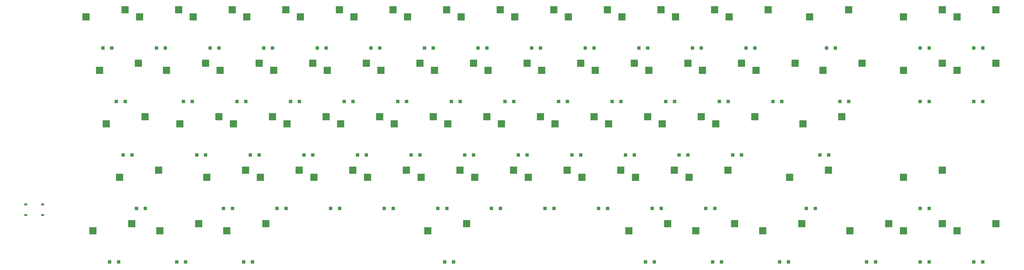
<source format=gbp>
G04 #@! TF.GenerationSoftware,KiCad,Pcbnew,8.0.7*
G04 #@! TF.CreationDate,2025-01-01T21:32:49+11:00*
G04 #@! TF.ProjectId,Mainpcb,4d61696e-7063-4622-9e6b-696361645f70,rev?*
G04 #@! TF.SameCoordinates,Original*
G04 #@! TF.FileFunction,Paste,Bot*
G04 #@! TF.FilePolarity,Positive*
%FSLAX46Y46*%
G04 Gerber Fmt 4.6, Leading zero omitted, Abs format (unit mm)*
G04 Created by KiCad (PCBNEW 8.0.7) date 2025-01-01 21:32:49*
%MOMM*%
%LPD*%
G01*
G04 APERTURE LIST*
%ADD10R,1.000000X0.750000*%
%ADD11R,2.550000X2.500000*%
%ADD12R,1.200000X1.200000*%
G04 APERTURE END LIST*
D10*
X37000000Y-94250000D03*
X31000000Y-94250000D03*
X37000000Y-98000000D03*
X31000000Y-98000000D03*
D11*
X66290000Y-24920000D03*
X52440000Y-27460000D03*
X337750240Y-101120000D03*
X323900240Y-103660000D03*
X92482995Y-101120000D03*
X78632995Y-103660000D03*
X213928135Y-63020000D03*
X200078135Y-65560000D03*
X204402450Y-82070000D03*
X190552450Y-84610000D03*
X190114920Y-43970000D03*
X176264920Y-46510000D03*
X104390000Y-24920000D03*
X90540000Y-27460000D03*
X161540000Y-24920000D03*
X147690000Y-27460000D03*
X294890000Y-24920000D03*
X281040000Y-27460000D03*
X68671250Y-101120000D03*
X54821250Y-103660000D03*
X356801090Y-101120000D03*
X342951090Y-103660000D03*
X223452450Y-82070000D03*
X209602450Y-84610000D03*
X321083635Y-63020000D03*
X307233635Y-65560000D03*
X242502450Y-82070000D03*
X228652450Y-84610000D03*
X375852500Y-43970000D03*
X362002500Y-46510000D03*
X109152450Y-82070000D03*
X95302450Y-84610000D03*
X306793740Y-101120000D03*
X292943740Y-103660000D03*
X71052500Y-43970000D03*
X57202500Y-46510000D03*
X271078135Y-63020000D03*
X257228135Y-65560000D03*
X142490000Y-24920000D03*
X128640000Y-27460000D03*
X94864920Y-43970000D03*
X81014920Y-46510000D03*
X275840000Y-24920000D03*
X261990000Y-27460000D03*
X290128135Y-63020000D03*
X276278135Y-65560000D03*
X328227420Y-43970000D03*
X314377420Y-46510000D03*
X175828135Y-63020000D03*
X161978135Y-65560000D03*
X85340000Y-24920000D03*
X71490000Y-27460000D03*
X356801090Y-82070000D03*
X342951090Y-84610000D03*
X356802500Y-43970000D03*
X342952500Y-46510000D03*
X375852500Y-24920000D03*
X362002500Y-27460000D03*
X323465000Y-24920000D03*
X309615000Y-27460000D03*
X156778135Y-63020000D03*
X142928135Y-65560000D03*
X232978135Y-63020000D03*
X219128135Y-65560000D03*
X247264920Y-43970000D03*
X233414920Y-46510000D03*
X166302450Y-82070000D03*
X152452450Y-84610000D03*
X209164920Y-43970000D03*
X195314920Y-46510000D03*
X252028135Y-63020000D03*
X238178135Y-65560000D03*
X256790000Y-24920000D03*
X242940000Y-27460000D03*
X304414920Y-43970000D03*
X290564920Y-46510000D03*
X356802500Y-24920000D03*
X342952500Y-27460000D03*
X259169740Y-101120000D03*
X245319740Y-103660000D03*
X187731740Y-101120000D03*
X173881740Y-103660000D03*
X280602450Y-82070000D03*
X266752450Y-84610000D03*
X316320450Y-82070000D03*
X302470450Y-84610000D03*
X261552450Y-82070000D03*
X247702450Y-84610000D03*
X113914920Y-43970000D03*
X100064920Y-46510000D03*
X123440000Y-24920000D03*
X109590000Y-27460000D03*
X147252450Y-82070000D03*
X133402450Y-84610000D03*
X152014920Y-43970000D03*
X138164920Y-46510000D03*
X132964920Y-43970000D03*
X119114920Y-46510000D03*
X137728135Y-63020000D03*
X123878135Y-65560000D03*
X78196250Y-82070000D03*
X64346250Y-84610000D03*
X282981740Y-101120000D03*
X269131740Y-103660000D03*
X99628135Y-63020000D03*
X85778135Y-65560000D03*
X116294740Y-101120000D03*
X102444740Y-103660000D03*
X194878135Y-63020000D03*
X181028135Y-65560000D03*
X180590000Y-24920000D03*
X166740000Y-27460000D03*
X73433750Y-63020000D03*
X59583750Y-65560000D03*
X128202450Y-82070000D03*
X114352450Y-84610000D03*
X171064920Y-43970000D03*
X157214920Y-46510000D03*
X118678135Y-63020000D03*
X104828135Y-65560000D03*
X218690000Y-24920000D03*
X204840000Y-27460000D03*
X228214920Y-43970000D03*
X214364920Y-46510000D03*
X375851090Y-101120000D03*
X362001090Y-103660000D03*
X185352450Y-82070000D03*
X171502450Y-84610000D03*
X285364920Y-43970000D03*
X271514920Y-46510000D03*
X266314920Y-43970000D03*
X252464920Y-46510000D03*
X199640000Y-24920000D03*
X185790000Y-27460000D03*
X237740000Y-24920000D03*
X223890000Y-27460000D03*
D12*
X153675000Y-38500000D03*
X156825000Y-38500000D03*
X348937500Y-57550000D03*
X352087500Y-57550000D03*
X172725000Y-38500000D03*
X175875000Y-38500000D03*
X210825000Y-38500000D03*
X213975000Y-38500000D03*
X196537450Y-95650000D03*
X199687450Y-95650000D03*
X91763135Y-76600000D03*
X94913135Y-76600000D03*
X177487450Y-95650000D03*
X180637450Y-95650000D03*
X348936090Y-95650000D03*
X352086090Y-95650000D03*
X298929590Y-114700000D03*
X302079590Y-114700000D03*
X229875000Y-38500000D03*
X233025000Y-38500000D03*
X287025000Y-38500000D03*
X290175000Y-38500000D03*
X187013135Y-76600000D03*
X190163135Y-76600000D03*
X215587450Y-95650000D03*
X218737450Y-95650000D03*
X125099920Y-57550000D03*
X128249920Y-57550000D03*
X144149920Y-57550000D03*
X147299920Y-57550000D03*
X367986090Y-114700000D03*
X371136090Y-114700000D03*
X65568750Y-76600000D03*
X68718750Y-76600000D03*
X277499920Y-57550000D03*
X280649920Y-57550000D03*
X179866590Y-114700000D03*
X183016590Y-114700000D03*
X58425000Y-38500000D03*
X61575000Y-38500000D03*
X296549920Y-57550000D03*
X299699920Y-57550000D03*
X367987500Y-38500000D03*
X371137500Y-38500000D03*
X234637450Y-95650000D03*
X237787450Y-95650000D03*
X251304590Y-114700000D03*
X254454590Y-114700000D03*
X267975000Y-38500000D03*
X271125000Y-38500000D03*
X163199920Y-57550000D03*
X166349920Y-57550000D03*
X272737450Y-95650000D03*
X275887450Y-95650000D03*
X263213135Y-76600000D03*
X266363135Y-76600000D03*
X313218635Y-76600000D03*
X316368635Y-76600000D03*
X206063135Y-76600000D03*
X209213135Y-76600000D03*
X248925000Y-38500000D03*
X252075000Y-38500000D03*
X60806250Y-114700000D03*
X63956250Y-114700000D03*
X220349920Y-57550000D03*
X223499920Y-57550000D03*
X308455450Y-95650000D03*
X311605450Y-95650000D03*
X84617995Y-114700000D03*
X87767995Y-114700000D03*
X77475000Y-38500000D03*
X80625000Y-38500000D03*
X348936090Y-114700000D03*
X352086090Y-114700000D03*
X120337450Y-95650000D03*
X123487450Y-95650000D03*
X115575000Y-38500000D03*
X118725000Y-38500000D03*
X329886090Y-114700000D03*
X333036090Y-114700000D03*
X108429740Y-114700000D03*
X111579740Y-114700000D03*
X225113135Y-76600000D03*
X228263135Y-76600000D03*
X182249920Y-57550000D03*
X185399920Y-57550000D03*
X253687450Y-95650000D03*
X256837450Y-95650000D03*
X63187500Y-57550000D03*
X66337500Y-57550000D03*
X282263135Y-76600000D03*
X285413135Y-76600000D03*
X201299920Y-57550000D03*
X204449920Y-57550000D03*
X134625000Y-38500000D03*
X137775000Y-38500000D03*
X239399920Y-57550000D03*
X242549920Y-57550000D03*
X110813135Y-76600000D03*
X113963135Y-76600000D03*
X106049920Y-57550000D03*
X109199920Y-57550000D03*
X275116590Y-114700000D03*
X278266590Y-114700000D03*
X315600000Y-38500000D03*
X318750000Y-38500000D03*
X167963135Y-76600000D03*
X171113135Y-76600000D03*
X320362420Y-57550000D03*
X323512420Y-57550000D03*
X191775000Y-38500000D03*
X194925000Y-38500000D03*
X129863135Y-76600000D03*
X133013135Y-76600000D03*
X158437450Y-95650000D03*
X161587450Y-95650000D03*
X101287450Y-95650000D03*
X104437450Y-95650000D03*
X244163135Y-76600000D03*
X247313135Y-76600000D03*
X70331250Y-95650000D03*
X73481250Y-95650000D03*
X258449920Y-57550000D03*
X261599920Y-57550000D03*
X148913135Y-76600000D03*
X152063135Y-76600000D03*
X367987500Y-57550000D03*
X371137500Y-57550000D03*
X96525000Y-38500000D03*
X99675000Y-38500000D03*
X86999920Y-57550000D03*
X90149920Y-57550000D03*
X139387450Y-95650000D03*
X142537450Y-95650000D03*
X348937500Y-38500000D03*
X352087500Y-38500000D03*
M02*

</source>
